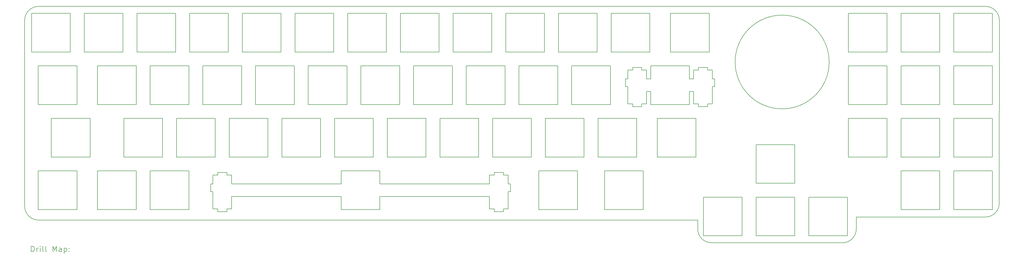
<source format=gbr>
%TF.GenerationSoftware,KiCad,Pcbnew,7.0.1*%
%TF.CreationDate,2023-04-14T22:42:14-07:00*%
%TF.ProjectId,switchplate,73776974-6368-4706-9c61-74652e6b6963,rev?*%
%TF.SameCoordinates,Original*%
%TF.FileFunction,Drillmap*%
%TF.FilePolarity,Positive*%
%FSLAX45Y45*%
G04 Gerber Fmt 4.5, Leading zero omitted, Abs format (unit mm)*
G04 Created by KiCad (PCBNEW 7.0.1) date 2023-04-14 22:42:14*
%MOMM*%
%LPD*%
G01*
G04 APERTURE LIST*
%ADD10C,0.188976*%
%ADD11C,0.200000*%
%ADD12C,0.150000*%
G04 APERTURE END LIST*
D10*
X21794996Y-14382174D02*
G75*
G03*
X22294826Y-14882174I500004J4D01*
G01*
D11*
X27027826Y-14883830D02*
G75*
G03*
X27528000Y-14383825I174J500000D01*
G01*
X-2540039Y-13559039D02*
G75*
G03*
X-2040039Y-14059000I500000J39D01*
G01*
D10*
X-2040561Y-6308400D02*
G75*
G03*
X-2540562Y-6808439I0J-500000D01*
G01*
X32198262Y-13948002D02*
G75*
G03*
X32698262Y-13448262I-2J500002D01*
G01*
X32701740Y-6808662D02*
G75*
G03*
X32201738Y-6308400I-500000J262D01*
G01*
X15780599Y-10370900D02*
X14380599Y-10370900D01*
X10541900Y-7960900D02*
X10541900Y-6560900D01*
X18638099Y-8465900D02*
X17238099Y-8465900D01*
X32449400Y-9865900D02*
X32449400Y-8465900D01*
X-650000Y-9865900D02*
X-650000Y-8465900D01*
X8903700Y-13205900D02*
X8903700Y-13675901D01*
X17447500Y-13675901D02*
X17447500Y-12275901D01*
D11*
X-2040039Y-14059000D02*
X21795000Y-14059000D01*
D10*
X27239399Y-9865900D02*
X28639399Y-9865900D01*
X12475599Y-10370900D02*
X12475599Y-11770900D01*
X12951899Y-6560900D02*
X12951899Y-7960900D01*
X4266200Y-12422901D02*
X4266200Y-12745900D01*
X7236800Y-6560900D02*
X7236800Y-7960900D01*
X28639399Y-7960900D02*
X28639399Y-6560900D01*
X25810600Y-14628400D02*
X27210600Y-14628400D01*
X22210000Y-7960900D02*
X22210000Y-6560900D01*
X30544401Y-9865900D02*
X30544401Y-8465900D01*
X14438700Y-13750901D02*
X14768699Y-13750901D01*
X17447500Y-12275901D02*
X16047500Y-12275901D01*
X19770601Y-8520900D02*
X19440600Y-8520900D01*
X-650000Y-13675901D02*
X-650000Y-12275901D01*
X-383100Y-6560900D02*
X-383100Y-7960900D01*
X20810000Y-6560900D02*
X20810000Y-7960900D01*
X16256900Y-7960900D02*
X16256900Y-6560900D01*
X21820601Y-8612900D02*
X21648100Y-8612900D01*
X19943100Y-9842900D02*
X19943100Y-9395900D01*
X6255599Y-10370900D02*
X4855600Y-10370900D01*
X19185600Y-9215900D02*
X19268100Y-9215900D01*
X16285600Y-11770900D02*
X17685600Y-11770900D01*
X8636800Y-6560900D02*
X7236800Y-6560900D01*
X25305601Y-12723400D02*
X25305601Y-11323400D01*
X32449400Y-10370900D02*
X31049400Y-10370900D01*
X1493100Y-13675901D02*
X1493100Y-12275901D01*
X1998100Y-13675901D02*
X3398100Y-13675901D01*
X10541900Y-6560900D02*
X9141800Y-6560900D01*
X27239399Y-10370900D02*
X27239399Y-11770900D01*
X31049400Y-8465900D02*
X31049400Y-9865900D01*
X21820601Y-9940900D02*
X22150599Y-9940900D01*
X19770601Y-8612900D02*
X19770601Y-8520900D01*
X16285600Y-10370900D02*
X16285600Y-11770900D01*
X9113100Y-9865900D02*
X9113100Y-8465900D01*
X-650000Y-8465900D02*
X-2050000Y-8465900D01*
X29144401Y-7960900D02*
X30544401Y-7960900D01*
X10303700Y-12745900D02*
X10303700Y-12275901D01*
X-1573800Y-11770900D02*
X-173800Y-11770900D01*
X19440600Y-9940900D02*
X19770601Y-9940900D01*
X15333100Y-9865900D02*
X16733100Y-9865900D01*
X30544401Y-11770900D02*
X30544401Y-10370900D01*
X21495601Y-8465900D02*
X20095601Y-8465900D01*
X10303700Y-12275901D02*
X8903700Y-12275901D01*
X16256900Y-6560900D02*
X14856900Y-6560900D01*
X4183700Y-12745900D02*
X4183700Y-13025901D01*
X5331900Y-6560900D02*
X5331900Y-7960900D01*
X11046901Y-6560900D02*
X11046901Y-7960900D01*
X1998100Y-12275901D02*
X1998100Y-13675901D01*
X10570601Y-10370900D02*
X10570601Y-11770900D01*
X1521900Y-7960900D02*
X2921900Y-7960900D01*
X21648100Y-8612900D02*
X21648100Y-8935900D01*
X2445600Y-10370900D02*
X1045600Y-10370900D01*
X-173800Y-10370900D02*
X-1573800Y-10370900D01*
X27210600Y-14628400D02*
X27210600Y-13228400D01*
X14438700Y-12422901D02*
X14266200Y-12422901D01*
X8665600Y-10370900D02*
X8665600Y-11770900D01*
X14266200Y-12422901D02*
X14266200Y-12745900D01*
X14941200Y-13652900D02*
X14941200Y-13025901D01*
X18190600Y-11770900D02*
X19590600Y-11770900D01*
X-2288100Y-7960900D02*
X-888100Y-7960900D01*
X1045600Y-11770900D02*
X2445600Y-11770900D01*
X20810000Y-7960900D02*
X22210000Y-7960900D01*
X29144401Y-10370900D02*
X29144401Y-11770900D01*
X4855600Y-11770900D02*
X6255599Y-11770900D01*
X-888100Y-6560900D02*
X-2288100Y-6560900D01*
X6760600Y-11770900D02*
X8160600Y-11770900D01*
X22323100Y-9842900D02*
X22323100Y-9215900D01*
X13875599Y-11770900D02*
X13875599Y-10370900D01*
X19828700Y-12275901D02*
X18428700Y-12275901D01*
X32449400Y-12275901D02*
X31049400Y-12275901D01*
X4438700Y-13652900D02*
X4438700Y-13750901D01*
X7208100Y-9865900D02*
X7208100Y-8465900D01*
X23400599Y-13228400D02*
X22000599Y-13228400D01*
X4855600Y-10370900D02*
X4855600Y-11770900D01*
X22323100Y-8612900D02*
X22150599Y-8612900D01*
X3903100Y-8465900D02*
X3903100Y-9865900D01*
X12951899Y-7960900D02*
X14351899Y-7960900D01*
X6255599Y-11770900D02*
X6255599Y-10370900D01*
X14380599Y-11770900D02*
X15780599Y-11770900D01*
X28639399Y-9865900D02*
X28639399Y-8465900D01*
X14941200Y-12745900D02*
X14941200Y-12422901D01*
X19828700Y-13675901D02*
X19828700Y-12275901D01*
X1016900Y-7960900D02*
X1016900Y-6560900D01*
X27239399Y-7960900D02*
X28639399Y-7960900D01*
X21495601Y-9395900D02*
X21648100Y-9395900D01*
X8665600Y-11770900D02*
X10065600Y-11770900D01*
X4941200Y-12745900D02*
X4941200Y-12422901D01*
X31049400Y-7960900D02*
X32449400Y-7960900D01*
X32449400Y-8465900D02*
X31049400Y-8465900D01*
X19268100Y-9215900D02*
X19268100Y-9842900D01*
D12*
X26547400Y-8324400D02*
G75*
G03*
X26547400Y-8324400I-1700000J0D01*
G01*
D10*
X4350600Y-10370900D02*
X2950600Y-10370900D01*
X29144401Y-8465900D02*
X29144401Y-9865900D01*
X19770601Y-9940900D02*
X19770601Y-9842900D01*
X8903700Y-12745900D02*
X4941200Y-12745900D01*
X19943100Y-8935900D02*
X19943100Y-8612900D01*
X23905601Y-13228400D02*
X23905601Y-14628400D01*
X-1573800Y-10370900D02*
X-1573800Y-11770900D01*
X2950600Y-10370900D02*
X2950600Y-11770900D01*
X3398100Y-13675901D02*
X3398100Y-12275901D01*
X8160600Y-11770900D02*
X8160600Y-10370900D01*
X25305601Y-11323400D02*
X23905601Y-11323400D01*
X5331900Y-7960900D02*
X6731900Y-7960900D01*
X14856900Y-7960900D02*
X16256900Y-7960900D01*
X23400599Y-14628400D02*
X23400599Y-13228400D01*
X11018100Y-9865900D02*
X11018100Y-8465900D01*
X19185600Y-8935900D02*
X19185600Y-9215900D01*
X4266200Y-12745900D02*
X4183700Y-12745900D01*
X16047500Y-12275901D02*
X16047500Y-13675901D01*
X23905601Y-12723400D02*
X25305601Y-12723400D01*
X15023699Y-12745900D02*
X14941200Y-12745900D01*
X29144401Y-11770900D02*
X30544401Y-11770900D01*
X19440600Y-8520900D02*
X19440600Y-8612900D01*
X4826900Y-6560900D02*
X3426900Y-6560900D01*
X23905601Y-14628400D02*
X25305601Y-14628400D01*
X9618100Y-8465900D02*
X9618100Y-9865900D01*
X19440600Y-8612900D02*
X19268100Y-8612900D01*
X14351899Y-7960900D02*
X14351899Y-6560900D01*
X8903700Y-12275901D02*
X8903700Y-12745900D01*
X4768700Y-12422901D02*
X4768700Y-12330800D01*
X2445600Y-11770900D02*
X2445600Y-10370900D01*
X14380599Y-10370900D02*
X14380599Y-11770900D01*
X-2288100Y-6560900D02*
X-2288100Y-7960900D01*
X9141800Y-7960900D02*
X10541900Y-7960900D01*
X14768699Y-13652900D02*
X14941200Y-13652900D01*
X21648100Y-9842900D02*
X21820601Y-9842900D01*
X4768700Y-12330800D02*
X4438700Y-12330800D01*
X8160600Y-10370900D02*
X6760600Y-10370900D01*
X29144401Y-12275901D02*
X29144401Y-13675901D01*
X17685600Y-10370900D02*
X16285600Y-10370900D01*
X27239399Y-11770900D02*
X28639399Y-11770900D01*
X27210600Y-13228400D02*
X25810600Y-13228400D01*
X93100Y-13675901D02*
X1493100Y-13675901D01*
X14828100Y-8465900D02*
X13428100Y-8465900D01*
X14828100Y-9865900D02*
X14828100Y-8465900D01*
X11018100Y-8465900D02*
X9618100Y-8465900D01*
X27239399Y-8465900D02*
X27239399Y-9865900D01*
X2921900Y-7960900D02*
X2921900Y-6560900D01*
X4438700Y-13750901D02*
X4768700Y-13750901D01*
X22210000Y-6560900D02*
X20810000Y-6560900D01*
X15780599Y-11770900D02*
X15780599Y-10370900D01*
X7236800Y-7960900D02*
X8636800Y-7960900D01*
X-650000Y-12275901D02*
X-2050000Y-12275901D01*
X18161900Y-7960900D02*
X18161900Y-6560900D01*
X4266200Y-13025901D02*
X4266200Y-13652900D01*
X13875599Y-10370900D02*
X12475599Y-10370900D01*
X14438700Y-12330800D02*
X14438700Y-12422901D01*
X3426900Y-6560900D02*
X3426900Y-7960900D01*
X4941200Y-12422901D02*
X4768700Y-12422901D01*
X10065600Y-11770900D02*
X10065600Y-10370900D01*
X19590600Y-11770900D02*
X19590600Y-10370900D01*
X32449400Y-11770900D02*
X32449400Y-10370900D01*
D11*
X27528000Y-14383825D02*
X27528000Y-13948000D01*
D10*
X18638099Y-9865900D02*
X18638099Y-8465900D01*
X14941200Y-12422901D02*
X14768699Y-12422901D01*
X11523100Y-9865900D02*
X12923100Y-9865900D01*
X21495601Y-8935900D02*
X21495601Y-8465900D01*
X12475599Y-11770900D02*
X13875599Y-11770900D01*
X20095601Y-8465900D02*
X20095601Y-8935900D01*
X19440600Y-9842900D02*
X19440600Y-9940900D01*
X20333700Y-10370900D02*
X20333700Y-11770900D01*
X13428100Y-9865900D02*
X14828100Y-9865900D01*
X20095601Y-9395900D02*
X20095601Y-9865900D01*
X32701738Y-6808662D02*
X32698262Y-13448262D01*
X14438700Y-13652900D02*
X14438700Y-13750901D01*
X14266200Y-12745900D02*
X10303700Y-12745900D01*
X14768699Y-12422901D02*
X14768699Y-12330800D01*
X-2050000Y-13675901D02*
X-650000Y-13675901D01*
X25305601Y-13228400D02*
X23905601Y-13228400D01*
X4826900Y-7960900D02*
X4826900Y-6560900D01*
X2950600Y-11770900D02*
X4350600Y-11770900D01*
X28639399Y-10370900D02*
X27239399Y-10370900D01*
X18666900Y-6560900D02*
X18666900Y-7960900D01*
X1045600Y-10370900D02*
X1045600Y-11770900D01*
X4941200Y-13205900D02*
X8903700Y-13205900D01*
X10065600Y-10370900D02*
X8665600Y-10370900D01*
X20066900Y-6560900D02*
X18666900Y-6560900D01*
X22294826Y-14882174D02*
X27027826Y-14883825D01*
X5808100Y-8465900D02*
X5808100Y-9865900D01*
X1998100Y-9865900D02*
X3398100Y-9865900D01*
X31049400Y-12275901D02*
X31049400Y-13675901D01*
X17685600Y-11770900D02*
X17685600Y-10370900D01*
X27239399Y-6560900D02*
X27239399Y-7960900D01*
X31049400Y-10370900D02*
X31049400Y-11770900D01*
X11970600Y-10370900D02*
X10570601Y-10370900D01*
X11046901Y-7960900D02*
X12446900Y-7960900D01*
X3903100Y-9865900D02*
X5303100Y-9865900D01*
X29144401Y-6560900D02*
X29144401Y-7960900D01*
X19268100Y-8935900D02*
X19185600Y-8935900D01*
X10303700Y-13675901D02*
X10303700Y-13205900D01*
X18428700Y-12275901D02*
X18428700Y-13675901D01*
X12923100Y-8465900D02*
X11523100Y-8465900D01*
X2921900Y-6560900D02*
X1521900Y-6560900D01*
X19590600Y-10370900D02*
X18190600Y-10370900D01*
X7208100Y-8465900D02*
X5808100Y-8465900D01*
X14768699Y-12330800D02*
X14438700Y-12330800D01*
X-2040561Y-6308400D02*
X32201738Y-6308400D01*
X21648100Y-9395900D02*
X21648100Y-9842900D01*
X14351899Y-6560900D02*
X12951899Y-6560900D01*
X12446900Y-6560900D02*
X11046901Y-6560900D01*
X22405599Y-8935900D02*
X22323100Y-8935900D01*
X-173800Y-11770900D02*
X-173800Y-10370900D01*
X5303100Y-8465900D02*
X3903100Y-8465900D01*
X22405599Y-9215900D02*
X22405599Y-8935900D01*
X11970600Y-11770900D02*
X11970600Y-10370900D01*
X28639399Y-11770900D02*
X28639399Y-10370900D01*
X-2050000Y-8465900D02*
X-2050000Y-9865900D01*
X17238099Y-8465900D02*
X17238099Y-9865900D01*
X16733100Y-8465900D02*
X15333100Y-8465900D01*
X25810600Y-13228400D02*
X25810600Y-14628400D01*
X31049400Y-13675901D02*
X32449400Y-13675901D01*
X1521900Y-6560900D02*
X1521900Y-7960900D01*
X13428100Y-8465900D02*
X13428100Y-9865900D01*
X20333700Y-11770900D02*
X21733700Y-11770900D01*
X29144401Y-13675901D02*
X30544401Y-13675901D01*
X3398100Y-9865900D02*
X3398100Y-8465900D01*
X18666900Y-7960900D02*
X20066900Y-7960900D01*
X8636800Y-7960900D02*
X8636800Y-6560900D01*
X11523100Y-8465900D02*
X11523100Y-9865900D01*
X22150599Y-9940900D02*
X22150599Y-9842900D01*
X30544401Y-10370900D02*
X29144401Y-10370900D01*
X6760600Y-10370900D02*
X6760600Y-11770900D01*
X19268100Y-9842900D02*
X19440600Y-9842900D01*
X-383100Y-7960900D02*
X1016900Y-7960900D01*
X21733700Y-10370900D02*
X20333700Y-10370900D01*
X20095601Y-9865900D02*
X21495601Y-9865900D01*
X4768700Y-13750901D02*
X4768700Y-13652900D01*
X22000599Y-13228400D02*
X22000599Y-14628400D01*
X4438700Y-12330800D02*
X4438700Y-12422901D01*
X14941200Y-13025901D02*
X15023699Y-13025901D01*
X30544401Y-12275901D02*
X29144401Y-12275901D01*
X9618100Y-9865900D02*
X11018100Y-9865900D01*
X17238099Y-9865900D02*
X18638099Y-9865900D01*
X19943100Y-8612900D02*
X19770601Y-8612900D01*
X21495601Y-9865900D02*
X21495601Y-9395900D01*
X31049400Y-11770900D02*
X32449400Y-11770900D01*
X93100Y-8465900D02*
X93100Y-9865900D01*
D11*
X-2540039Y-13559039D02*
X-2540562Y-6808439D01*
D10*
X93100Y-12275901D02*
X93100Y-13675901D01*
X4350600Y-11770900D02*
X4350600Y-10370900D01*
X93100Y-9865900D02*
X1493100Y-9865900D01*
X18428700Y-13675901D02*
X19828700Y-13675901D01*
X4941200Y-13652900D02*
X4941200Y-13205900D01*
X7713100Y-9865900D02*
X9113100Y-9865900D01*
X5808100Y-9865900D02*
X7208100Y-9865900D01*
X16761900Y-7960900D02*
X18161900Y-7960900D01*
X-2050000Y-9865900D02*
X-650000Y-9865900D01*
X1493100Y-8465900D02*
X93100Y-8465900D01*
D11*
X27528000Y-13948000D02*
X32198262Y-13948000D01*
D10*
X23905601Y-11323400D02*
X23905601Y-12723400D01*
X22150599Y-9842900D02*
X22323100Y-9842900D01*
X20095601Y-8935900D02*
X19943100Y-8935900D01*
X4438700Y-12422901D02*
X4266200Y-12422901D01*
X6731900Y-6560900D02*
X5331900Y-6560900D01*
X32449400Y-7960900D02*
X32449400Y-6560900D01*
X7713100Y-8465900D02*
X7713100Y-9865900D01*
X29144401Y-9865900D02*
X30544401Y-9865900D01*
X30544401Y-6560900D02*
X29144401Y-6560900D01*
X4183700Y-13025901D02*
X4266200Y-13025901D01*
X30544401Y-8465900D02*
X29144401Y-8465900D01*
X30544401Y-7960900D02*
X30544401Y-6560900D01*
X14856900Y-6560900D02*
X14856900Y-7960900D01*
X21648100Y-8935900D02*
X21495601Y-8935900D01*
X1016900Y-6560900D02*
X-383100Y-6560900D01*
D11*
X21795000Y-14059000D02*
X21795000Y-14382174D01*
D10*
X32449400Y-13675901D02*
X32449400Y-12275901D01*
X22323100Y-8935900D02*
X22323100Y-8612900D01*
X3426900Y-7960900D02*
X4826900Y-7960900D01*
X14266200Y-13205900D02*
X14266200Y-13652900D01*
X31049400Y-6560900D02*
X31049400Y-7960900D01*
X15023699Y-13025901D02*
X15023699Y-12745900D01*
X-888100Y-7960900D02*
X-888100Y-6560900D01*
X31049400Y-9865900D02*
X32449400Y-9865900D01*
X9113100Y-8465900D02*
X7713100Y-8465900D01*
X22150599Y-8520900D02*
X21820601Y-8520900D01*
X3398100Y-12275901D02*
X1998100Y-12275901D01*
X18161900Y-6560900D02*
X16761900Y-6560900D01*
X12446900Y-7960900D02*
X12446900Y-6560900D01*
X4266200Y-13652900D02*
X4438700Y-13652900D01*
X28639399Y-6560900D02*
X27239399Y-6560900D01*
X16761900Y-6560900D02*
X16761900Y-7960900D01*
X22323100Y-9215900D02*
X22405599Y-9215900D01*
X16047500Y-13675901D02*
X17447500Y-13675901D01*
X1493100Y-9865900D02*
X1493100Y-8465900D01*
X4768700Y-13652900D02*
X4941200Y-13652900D01*
X21820601Y-8520900D02*
X21820601Y-8612900D01*
X-2050000Y-12275901D02*
X-2050000Y-13675901D01*
X19268100Y-8612900D02*
X19268100Y-8935900D01*
X10303700Y-13205900D02*
X14266200Y-13205900D01*
X15333100Y-8465900D02*
X15333100Y-9865900D01*
X1998100Y-8465900D02*
X1998100Y-9865900D01*
X6731900Y-7960900D02*
X6731900Y-6560900D01*
X5303100Y-9865900D02*
X5303100Y-8465900D01*
X21820601Y-9842900D02*
X21820601Y-9940900D01*
X28639399Y-8465900D02*
X27239399Y-8465900D01*
X19943100Y-9395900D02*
X20095601Y-9395900D01*
X19770601Y-9842900D02*
X19943100Y-9842900D01*
X20066900Y-7960900D02*
X20066900Y-6560900D01*
X3398100Y-8465900D02*
X1998100Y-8465900D01*
X18190600Y-10370900D02*
X18190600Y-11770900D01*
X12923100Y-9865900D02*
X12923100Y-8465900D01*
X14266200Y-13652900D02*
X14438700Y-13652900D01*
X16733100Y-9865900D02*
X16733100Y-8465900D01*
X30544401Y-13675901D02*
X30544401Y-12275901D01*
X1493100Y-12275901D02*
X93100Y-12275901D01*
X14768699Y-13750901D02*
X14768699Y-13652900D01*
X21733700Y-11770900D02*
X21733700Y-10370900D01*
X9141800Y-6560900D02*
X9141800Y-7960900D01*
X22150599Y-8612900D02*
X22150599Y-8520900D01*
X22000599Y-14628400D02*
X23400599Y-14628400D01*
X8903700Y-13675901D02*
X10303700Y-13675901D01*
X25305601Y-14628400D02*
X25305601Y-13228400D01*
X32449400Y-6560900D02*
X31049400Y-6560900D01*
X10570601Y-11770900D02*
X11970600Y-11770900D01*
D11*
X-2302942Y-15206354D02*
X-2302942Y-15006354D01*
X-2302942Y-15006354D02*
X-2255323Y-15006354D01*
X-2255323Y-15006354D02*
X-2226752Y-15015878D01*
X-2226752Y-15015878D02*
X-2207704Y-15034925D01*
X-2207704Y-15034925D02*
X-2198181Y-15053973D01*
X-2198181Y-15053973D02*
X-2188657Y-15092068D01*
X-2188657Y-15092068D02*
X-2188657Y-15120639D01*
X-2188657Y-15120639D02*
X-2198181Y-15158735D01*
X-2198181Y-15158735D02*
X-2207704Y-15177782D01*
X-2207704Y-15177782D02*
X-2226752Y-15196830D01*
X-2226752Y-15196830D02*
X-2255323Y-15206354D01*
X-2255323Y-15206354D02*
X-2302942Y-15206354D01*
X-2102942Y-15206354D02*
X-2102942Y-15073020D01*
X-2102942Y-15111116D02*
X-2093419Y-15092068D01*
X-2093419Y-15092068D02*
X-2083895Y-15082544D01*
X-2083895Y-15082544D02*
X-2064847Y-15073020D01*
X-2064847Y-15073020D02*
X-2045799Y-15073020D01*
X-1979133Y-15206354D02*
X-1979133Y-15073020D01*
X-1979133Y-15006354D02*
X-1988657Y-15015878D01*
X-1988657Y-15015878D02*
X-1979133Y-15025401D01*
X-1979133Y-15025401D02*
X-1969609Y-15015878D01*
X-1969609Y-15015878D02*
X-1979133Y-15006354D01*
X-1979133Y-15006354D02*
X-1979133Y-15025401D01*
X-1855323Y-15206354D02*
X-1874371Y-15196830D01*
X-1874371Y-15196830D02*
X-1883895Y-15177782D01*
X-1883895Y-15177782D02*
X-1883895Y-15006354D01*
X-1750561Y-15206354D02*
X-1769609Y-15196830D01*
X-1769609Y-15196830D02*
X-1779133Y-15177782D01*
X-1779133Y-15177782D02*
X-1779133Y-15006354D01*
X-1521990Y-15206354D02*
X-1521990Y-15006354D01*
X-1521990Y-15006354D02*
X-1455323Y-15149211D01*
X-1455323Y-15149211D02*
X-1388657Y-15006354D01*
X-1388657Y-15006354D02*
X-1388657Y-15206354D01*
X-1207704Y-15206354D02*
X-1207704Y-15101592D01*
X-1207704Y-15101592D02*
X-1217228Y-15082544D01*
X-1217228Y-15082544D02*
X-1236276Y-15073020D01*
X-1236276Y-15073020D02*
X-1274371Y-15073020D01*
X-1274371Y-15073020D02*
X-1293419Y-15082544D01*
X-1207704Y-15196830D02*
X-1226752Y-15206354D01*
X-1226752Y-15206354D02*
X-1274371Y-15206354D01*
X-1274371Y-15206354D02*
X-1293419Y-15196830D01*
X-1293419Y-15196830D02*
X-1302942Y-15177782D01*
X-1302942Y-15177782D02*
X-1302942Y-15158735D01*
X-1302942Y-15158735D02*
X-1293419Y-15139687D01*
X-1293419Y-15139687D02*
X-1274371Y-15130163D01*
X-1274371Y-15130163D02*
X-1226752Y-15130163D01*
X-1226752Y-15130163D02*
X-1207704Y-15120639D01*
X-1112466Y-15073020D02*
X-1112466Y-15273020D01*
X-1112466Y-15082544D02*
X-1093419Y-15073020D01*
X-1093419Y-15073020D02*
X-1055323Y-15073020D01*
X-1055323Y-15073020D02*
X-1036276Y-15082544D01*
X-1036276Y-15082544D02*
X-1026752Y-15092068D01*
X-1026752Y-15092068D02*
X-1017228Y-15111116D01*
X-1017228Y-15111116D02*
X-1017228Y-15168258D01*
X-1017228Y-15168258D02*
X-1026752Y-15187306D01*
X-1026752Y-15187306D02*
X-1036276Y-15196830D01*
X-1036276Y-15196830D02*
X-1055323Y-15206354D01*
X-1055323Y-15206354D02*
X-1093419Y-15206354D01*
X-1093419Y-15206354D02*
X-1112466Y-15196830D01*
X-931514Y-15187306D02*
X-921990Y-15196830D01*
X-921990Y-15196830D02*
X-931514Y-15206354D01*
X-931514Y-15206354D02*
X-941038Y-15196830D01*
X-941038Y-15196830D02*
X-931514Y-15187306D01*
X-931514Y-15187306D02*
X-931514Y-15206354D01*
X-931514Y-15082544D02*
X-921990Y-15092068D01*
X-921990Y-15092068D02*
X-931514Y-15101592D01*
X-931514Y-15101592D02*
X-941038Y-15092068D01*
X-941038Y-15092068D02*
X-931514Y-15082544D01*
X-931514Y-15082544D02*
X-931514Y-15101592D01*
M02*

</source>
